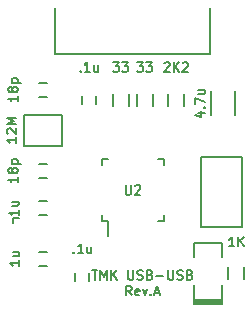
<source format=gto>
G04 #@! TF.FileFunction,Legend,Top*
%FSLAX46Y46*%
G04 Gerber Fmt 4.6, Leading zero omitted, Abs format (unit mm)*
G04 Created by KiCad (PCBNEW (2014-12-10 BZR 5319)-product) date 2015年02月02日 11時42分02秒*
%MOMM*%
G01*
G04 APERTURE LIST*
%ADD10C,0.100000*%
%ADD11C,0.200000*%
%ADD12C,0.150000*%
G04 APERTURE END LIST*
D10*
D11*
X7969785Y-26968905D02*
X8426928Y-26968905D01*
X8198357Y-27768905D02*
X8198357Y-26968905D01*
X8693595Y-27768905D02*
X8693595Y-26968905D01*
X8960262Y-27540333D01*
X9226929Y-26968905D01*
X9226929Y-27768905D01*
X9607881Y-27768905D02*
X9607881Y-26968905D01*
X10065024Y-27768905D02*
X9722167Y-27311762D01*
X10065024Y-26968905D02*
X9607881Y-27426048D01*
X11017405Y-26968905D02*
X11017405Y-27616524D01*
X11055500Y-27692714D01*
X11093596Y-27730810D01*
X11169786Y-27768905D01*
X11322167Y-27768905D01*
X11398358Y-27730810D01*
X11436453Y-27692714D01*
X11474548Y-27616524D01*
X11474548Y-26968905D01*
X11817405Y-27730810D02*
X11931691Y-27768905D01*
X12122167Y-27768905D01*
X12198357Y-27730810D01*
X12236453Y-27692714D01*
X12274548Y-27616524D01*
X12274548Y-27540333D01*
X12236453Y-27464143D01*
X12198357Y-27426048D01*
X12122167Y-27387952D01*
X11969786Y-27349857D01*
X11893595Y-27311762D01*
X11855500Y-27273667D01*
X11817405Y-27197476D01*
X11817405Y-27121286D01*
X11855500Y-27045095D01*
X11893595Y-27007000D01*
X11969786Y-26968905D01*
X12160262Y-26968905D01*
X12274548Y-27007000D01*
X12884072Y-27349857D02*
X12998358Y-27387952D01*
X13036453Y-27426048D01*
X13074548Y-27502238D01*
X13074548Y-27616524D01*
X13036453Y-27692714D01*
X12998358Y-27730810D01*
X12922167Y-27768905D01*
X12617405Y-27768905D01*
X12617405Y-26968905D01*
X12884072Y-26968905D01*
X12960262Y-27007000D01*
X12998358Y-27045095D01*
X13036453Y-27121286D01*
X13036453Y-27197476D01*
X12998358Y-27273667D01*
X12960262Y-27311762D01*
X12884072Y-27349857D01*
X12617405Y-27349857D01*
X13417405Y-27464143D02*
X14026929Y-27464143D01*
X14407881Y-26968905D02*
X14407881Y-27616524D01*
X14445976Y-27692714D01*
X14484072Y-27730810D01*
X14560262Y-27768905D01*
X14712643Y-27768905D01*
X14788834Y-27730810D01*
X14826929Y-27692714D01*
X14865024Y-27616524D01*
X14865024Y-26968905D01*
X15207881Y-27730810D02*
X15322167Y-27768905D01*
X15512643Y-27768905D01*
X15588833Y-27730810D01*
X15626929Y-27692714D01*
X15665024Y-27616524D01*
X15665024Y-27540333D01*
X15626929Y-27464143D01*
X15588833Y-27426048D01*
X15512643Y-27387952D01*
X15360262Y-27349857D01*
X15284071Y-27311762D01*
X15245976Y-27273667D01*
X15207881Y-27197476D01*
X15207881Y-27121286D01*
X15245976Y-27045095D01*
X15284071Y-27007000D01*
X15360262Y-26968905D01*
X15550738Y-26968905D01*
X15665024Y-27007000D01*
X16274548Y-27349857D02*
X16388834Y-27387952D01*
X16426929Y-27426048D01*
X16465024Y-27502238D01*
X16465024Y-27616524D01*
X16426929Y-27692714D01*
X16388834Y-27730810D01*
X16312643Y-27768905D01*
X16007881Y-27768905D01*
X16007881Y-26968905D01*
X16274548Y-26968905D01*
X16350738Y-27007000D01*
X16388834Y-27045095D01*
X16426929Y-27121286D01*
X16426929Y-27197476D01*
X16388834Y-27273667D01*
X16350738Y-27311762D01*
X16274548Y-27349857D01*
X16007881Y-27349857D01*
X11322167Y-29088905D02*
X11055500Y-28707952D01*
X10865024Y-29088905D02*
X10865024Y-28288905D01*
X11169786Y-28288905D01*
X11245977Y-28327000D01*
X11284072Y-28365095D01*
X11322167Y-28441286D01*
X11322167Y-28555571D01*
X11284072Y-28631762D01*
X11245977Y-28669857D01*
X11169786Y-28707952D01*
X10865024Y-28707952D01*
X11969786Y-29050810D02*
X11893596Y-29088905D01*
X11741215Y-29088905D01*
X11665024Y-29050810D01*
X11626929Y-28974619D01*
X11626929Y-28669857D01*
X11665024Y-28593667D01*
X11741215Y-28555571D01*
X11893596Y-28555571D01*
X11969786Y-28593667D01*
X12007881Y-28669857D01*
X12007881Y-28746048D01*
X11626929Y-28822238D01*
X12274548Y-28555571D02*
X12465024Y-29088905D01*
X12655500Y-28555571D01*
X12960262Y-29012714D02*
X12998357Y-29050810D01*
X12960262Y-29088905D01*
X12922167Y-29050810D01*
X12960262Y-29012714D01*
X12960262Y-29088905D01*
X13303119Y-28860333D02*
X13684071Y-28860333D01*
X13226928Y-29088905D02*
X13493595Y-28288905D01*
X13760262Y-29088905D01*
D12*
X7712000Y-27209000D02*
X7712000Y-27909000D01*
X6512000Y-27909000D02*
X6512000Y-27209000D01*
X20075000Y-13827000D02*
X20075000Y-11827000D01*
X18025000Y-11827000D02*
X18025000Y-13827000D01*
X7147000Y-12923000D02*
X7147000Y-12223000D01*
X8347000Y-12223000D02*
X8347000Y-12923000D01*
X3460000Y-17942000D02*
X4160000Y-17942000D01*
X4160000Y-19142000D02*
X3460000Y-19142000D01*
X4160000Y-12284000D02*
X3460000Y-12284000D01*
X3460000Y-11084000D02*
X4160000Y-11084000D01*
X3460000Y-25435000D02*
X4160000Y-25435000D01*
X4160000Y-26635000D02*
X3460000Y-26635000D01*
X4160000Y-22317000D02*
X3460000Y-22317000D01*
X3460000Y-21117000D02*
X4160000Y-21117000D01*
D11*
X18980000Y-29751000D02*
X16580000Y-29751000D01*
X16580000Y-29651000D02*
X18980000Y-29651000D01*
X18980000Y-29551000D02*
X16580000Y-29551000D01*
X18980000Y-25851000D02*
X18980000Y-24651000D01*
X18980000Y-24651000D02*
X16580000Y-24651000D01*
X16580000Y-24651000D02*
X16580000Y-25851000D01*
X18980000Y-29451000D02*
X16580000Y-29451000D01*
X18980000Y-28251000D02*
X18980000Y-29851000D01*
X18980000Y-29851000D02*
X16580000Y-29851000D01*
X16580000Y-29851000D02*
X16580000Y-28251000D01*
D12*
X20868000Y-26678000D02*
X20868000Y-27678000D01*
X19518000Y-27678000D02*
X19518000Y-26678000D01*
X9739000Y-13073000D02*
X9739000Y-12073000D01*
X11089000Y-12073000D02*
X11089000Y-13073000D01*
X11771000Y-13073000D02*
X11771000Y-12073000D01*
X13121000Y-12073000D02*
X13121000Y-13073000D01*
X14438000Y-13073000D02*
X14438000Y-12073000D01*
X15788000Y-12073000D02*
X15788000Y-13073000D01*
D11*
X20673000Y-17370000D02*
X20673000Y-23270000D01*
X20673000Y-23270000D02*
X17173000Y-23270000D01*
X17173000Y-23270000D02*
X17173000Y-17370000D01*
X17173000Y-17370000D02*
X20573000Y-17370000D01*
X20573000Y-17370000D02*
X20673000Y-17370000D01*
D12*
X8805000Y-22818000D02*
X9315000Y-22818000D01*
X8805000Y-17568000D02*
X9315000Y-17568000D01*
X14055000Y-17568000D02*
X13545000Y-17568000D01*
X14055000Y-22818000D02*
X13545000Y-22818000D01*
X8805000Y-22818000D02*
X8805000Y-22308000D01*
X14055000Y-22818000D02*
X14055000Y-22308000D01*
X14055000Y-17568000D02*
X14055000Y-18078000D01*
X8805000Y-17568000D02*
X8805000Y-18078000D01*
X9315000Y-22818000D02*
X9315000Y-24043000D01*
X1831340Y-22555200D02*
X1262380Y-22555200D01*
X1262380Y-22555200D02*
X1262380Y-22966680D01*
X2210000Y-13813000D02*
X5410000Y-13813000D01*
X5410000Y-13813000D02*
X5410000Y-16413000D01*
X5410000Y-16413000D02*
X2210000Y-16413000D01*
X2210000Y-16413000D02*
X2210000Y-13813000D01*
X4860000Y-8693000D02*
X4860000Y-4783000D01*
X18000000Y-4783000D02*
X18000000Y-8636000D01*
X4860000Y-8693000D02*
X18000000Y-8693000D01*
X6432643Y-25431714D02*
X6470738Y-25469810D01*
X6432643Y-25507905D01*
X6394548Y-25469810D01*
X6432643Y-25431714D01*
X6432643Y-25507905D01*
X7232643Y-25507905D02*
X6775500Y-25507905D01*
X7004071Y-25507905D02*
X7004071Y-24707905D01*
X6927881Y-24822190D01*
X6851690Y-24898381D01*
X6775500Y-24936476D01*
X7918357Y-24974571D02*
X7918357Y-25507905D01*
X7575500Y-24974571D02*
X7575500Y-25393619D01*
X7613595Y-25469810D01*
X7689786Y-25507905D01*
X7804072Y-25507905D01*
X7880262Y-25469810D01*
X7918357Y-25431714D01*
X16973571Y-13607953D02*
X17506905Y-13607953D01*
X16668810Y-13798429D02*
X17240238Y-13988905D01*
X17240238Y-13493667D01*
X17430714Y-13188905D02*
X17468810Y-13150810D01*
X17506905Y-13188905D01*
X17468810Y-13227000D01*
X17430714Y-13188905D01*
X17506905Y-13188905D01*
X16706905Y-12884143D02*
X16706905Y-12350810D01*
X17506905Y-12693667D01*
X16973571Y-11703191D02*
X17506905Y-11703191D01*
X16973571Y-12046048D02*
X17392619Y-12046048D01*
X17468810Y-12007953D01*
X17506905Y-11931762D01*
X17506905Y-11817476D01*
X17468810Y-11741286D01*
X17430714Y-11703191D01*
X7004143Y-10064714D02*
X7042238Y-10102810D01*
X7004143Y-10140905D01*
X6966048Y-10102810D01*
X7004143Y-10064714D01*
X7004143Y-10140905D01*
X7804143Y-10140905D02*
X7347000Y-10140905D01*
X7575571Y-10140905D02*
X7575571Y-9340905D01*
X7499381Y-9455190D01*
X7423190Y-9531381D01*
X7347000Y-9569476D01*
X8489857Y-9607571D02*
X8489857Y-10140905D01*
X8147000Y-9607571D02*
X8147000Y-10026619D01*
X8185095Y-10102810D01*
X8261286Y-10140905D01*
X8375572Y-10140905D01*
X8451762Y-10102810D01*
X8489857Y-10064714D01*
X1695405Y-19056286D02*
X1695405Y-19513429D01*
X1695405Y-19284858D02*
X895405Y-19284858D01*
X1009690Y-19361048D01*
X1085881Y-19437239D01*
X1123976Y-19513429D01*
X1238262Y-18599143D02*
X1200167Y-18675334D01*
X1162071Y-18713429D01*
X1085881Y-18751524D01*
X1047786Y-18751524D01*
X971595Y-18713429D01*
X933500Y-18675334D01*
X895405Y-18599143D01*
X895405Y-18446762D01*
X933500Y-18370572D01*
X971595Y-18332476D01*
X1047786Y-18294381D01*
X1085881Y-18294381D01*
X1162071Y-18332476D01*
X1200167Y-18370572D01*
X1238262Y-18446762D01*
X1238262Y-18599143D01*
X1276357Y-18675334D01*
X1314452Y-18713429D01*
X1390643Y-18751524D01*
X1543024Y-18751524D01*
X1619214Y-18713429D01*
X1657310Y-18675334D01*
X1695405Y-18599143D01*
X1695405Y-18446762D01*
X1657310Y-18370572D01*
X1619214Y-18332476D01*
X1543024Y-18294381D01*
X1390643Y-18294381D01*
X1314452Y-18332476D01*
X1276357Y-18370572D01*
X1238262Y-18446762D01*
X1162071Y-17951524D02*
X1962071Y-17951524D01*
X1200167Y-17951524D02*
X1162071Y-17875333D01*
X1162071Y-17722952D01*
X1200167Y-17646762D01*
X1238262Y-17608667D01*
X1314452Y-17570571D01*
X1543024Y-17570571D01*
X1619214Y-17608667D01*
X1657310Y-17646762D01*
X1695405Y-17722952D01*
X1695405Y-17875333D01*
X1657310Y-17951524D01*
X1695405Y-12198286D02*
X1695405Y-12655429D01*
X1695405Y-12426858D02*
X895405Y-12426858D01*
X1009690Y-12503048D01*
X1085881Y-12579239D01*
X1123976Y-12655429D01*
X1238262Y-11741143D02*
X1200167Y-11817334D01*
X1162071Y-11855429D01*
X1085881Y-11893524D01*
X1047786Y-11893524D01*
X971595Y-11855429D01*
X933500Y-11817334D01*
X895405Y-11741143D01*
X895405Y-11588762D01*
X933500Y-11512572D01*
X971595Y-11474476D01*
X1047786Y-11436381D01*
X1085881Y-11436381D01*
X1162071Y-11474476D01*
X1200167Y-11512572D01*
X1238262Y-11588762D01*
X1238262Y-11741143D01*
X1276357Y-11817334D01*
X1314452Y-11855429D01*
X1390643Y-11893524D01*
X1543024Y-11893524D01*
X1619214Y-11855429D01*
X1657310Y-11817334D01*
X1695405Y-11741143D01*
X1695405Y-11588762D01*
X1657310Y-11512572D01*
X1619214Y-11474476D01*
X1543024Y-11436381D01*
X1390643Y-11436381D01*
X1314452Y-11474476D01*
X1276357Y-11512572D01*
X1238262Y-11588762D01*
X1162071Y-11093524D02*
X1962071Y-11093524D01*
X1200167Y-11093524D02*
X1162071Y-11017333D01*
X1162071Y-10864952D01*
X1200167Y-10788762D01*
X1238262Y-10750667D01*
X1314452Y-10712571D01*
X1543024Y-10712571D01*
X1619214Y-10750667D01*
X1657310Y-10788762D01*
X1695405Y-10864952D01*
X1695405Y-11017333D01*
X1657310Y-11093524D01*
X1822405Y-26104833D02*
X1822405Y-26561976D01*
X1822405Y-26333405D02*
X1022405Y-26333405D01*
X1136690Y-26409595D01*
X1212881Y-26485786D01*
X1250976Y-26561976D01*
X1289071Y-25419119D02*
X1822405Y-25419119D01*
X1289071Y-25761976D02*
X1708119Y-25761976D01*
X1784310Y-25723881D01*
X1822405Y-25647690D01*
X1822405Y-25533404D01*
X1784310Y-25457214D01*
X1746214Y-25419119D01*
X1758905Y-21850333D02*
X1758905Y-22307476D01*
X1758905Y-22078905D02*
X958905Y-22078905D01*
X1073190Y-22155095D01*
X1149381Y-22231286D01*
X1187476Y-22307476D01*
X1225571Y-21164619D02*
X1758905Y-21164619D01*
X1225571Y-21507476D02*
X1644619Y-21507476D01*
X1720810Y-21469381D01*
X1758905Y-21393190D01*
X1758905Y-21278904D01*
X1720810Y-21202714D01*
X1682714Y-21164619D01*
X20021572Y-24936405D02*
X19564429Y-24936405D01*
X19793000Y-24936405D02*
X19793000Y-24136405D01*
X19716810Y-24250690D01*
X19640619Y-24326881D01*
X19564429Y-24364976D01*
X20364429Y-24936405D02*
X20364429Y-24136405D01*
X20821572Y-24936405D02*
X20478715Y-24479262D01*
X20821572Y-24136405D02*
X20364429Y-24593548D01*
X9766381Y-9340905D02*
X10261619Y-9340905D01*
X9994952Y-9645667D01*
X10109238Y-9645667D01*
X10185428Y-9683762D01*
X10223524Y-9721857D01*
X10261619Y-9798048D01*
X10261619Y-9988524D01*
X10223524Y-10064714D01*
X10185428Y-10102810D01*
X10109238Y-10140905D01*
X9880666Y-10140905D01*
X9804476Y-10102810D01*
X9766381Y-10064714D01*
X10528286Y-9340905D02*
X11023524Y-9340905D01*
X10756857Y-9645667D01*
X10871143Y-9645667D01*
X10947333Y-9683762D01*
X10985429Y-9721857D01*
X11023524Y-9798048D01*
X11023524Y-9988524D01*
X10985429Y-10064714D01*
X10947333Y-10102810D01*
X10871143Y-10140905D01*
X10642571Y-10140905D01*
X10566381Y-10102810D01*
X10528286Y-10064714D01*
X11798381Y-9340905D02*
X12293619Y-9340905D01*
X12026952Y-9645667D01*
X12141238Y-9645667D01*
X12217428Y-9683762D01*
X12255524Y-9721857D01*
X12293619Y-9798048D01*
X12293619Y-9988524D01*
X12255524Y-10064714D01*
X12217428Y-10102810D01*
X12141238Y-10140905D01*
X11912666Y-10140905D01*
X11836476Y-10102810D01*
X11798381Y-10064714D01*
X12560286Y-9340905D02*
X13055524Y-9340905D01*
X12788857Y-9645667D01*
X12903143Y-9645667D01*
X12979333Y-9683762D01*
X13017429Y-9721857D01*
X13055524Y-9798048D01*
X13055524Y-9988524D01*
X13017429Y-10064714D01*
X12979333Y-10102810D01*
X12903143Y-10140905D01*
X12674571Y-10140905D01*
X12598381Y-10102810D01*
X12560286Y-10064714D01*
X14103476Y-9417095D02*
X14141571Y-9379000D01*
X14217762Y-9340905D01*
X14408238Y-9340905D01*
X14484428Y-9379000D01*
X14522524Y-9417095D01*
X14560619Y-9493286D01*
X14560619Y-9569476D01*
X14522524Y-9683762D01*
X14065381Y-10140905D01*
X14560619Y-10140905D01*
X14903476Y-10140905D02*
X14903476Y-9340905D01*
X15360619Y-10140905D02*
X15017762Y-9683762D01*
X15360619Y-9340905D02*
X14903476Y-9798048D01*
X15665381Y-9417095D02*
X15703476Y-9379000D01*
X15779667Y-9340905D01*
X15970143Y-9340905D01*
X16046333Y-9379000D01*
X16084429Y-9417095D01*
X16122524Y-9493286D01*
X16122524Y-9569476D01*
X16084429Y-9683762D01*
X15627286Y-10140905D01*
X16122524Y-10140905D01*
X10820476Y-19754905D02*
X10820476Y-20402524D01*
X10858571Y-20478714D01*
X10896667Y-20516810D01*
X10972857Y-20554905D01*
X11125238Y-20554905D01*
X11201429Y-20516810D01*
X11239524Y-20478714D01*
X11277619Y-20402524D01*
X11277619Y-19754905D01*
X11620476Y-19831095D02*
X11658571Y-19793000D01*
X11734762Y-19754905D01*
X11925238Y-19754905D01*
X12001428Y-19793000D01*
X12039524Y-19831095D01*
X12077619Y-19907286D01*
X12077619Y-19983476D01*
X12039524Y-20097762D01*
X11582381Y-20554905D01*
X12077619Y-20554905D01*
X1568405Y-15722524D02*
X1568405Y-16179667D01*
X1568405Y-15951096D02*
X768405Y-15951096D01*
X882690Y-16027286D01*
X958881Y-16103477D01*
X996976Y-16179667D01*
X844595Y-15417762D02*
X806500Y-15379667D01*
X768405Y-15303476D01*
X768405Y-15113000D01*
X806500Y-15036810D01*
X844595Y-14998714D01*
X920786Y-14960619D01*
X996976Y-14960619D01*
X1111262Y-14998714D01*
X1568405Y-15455857D01*
X1568405Y-14960619D01*
X1568405Y-14617762D02*
X768405Y-14617762D01*
X1339833Y-14351095D01*
X768405Y-14084428D01*
X1568405Y-14084428D01*
M02*

</source>
